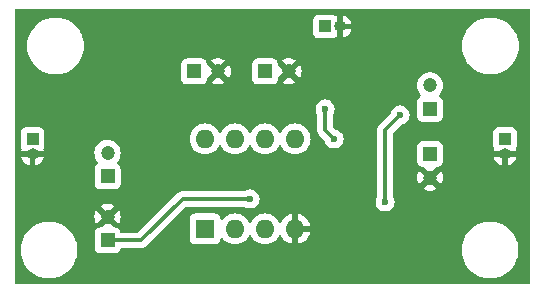
<source format=gbr>
%TF.GenerationSoftware,KiCad,Pcbnew,7.0.11-7.0.11~ubuntu22.04.1*%
%TF.CreationDate,2024-09-25T18:26:51+01:00*%
%TF.ProjectId,kicad_project,6b696361-645f-4707-926f-6a6563742e6b,rev?*%
%TF.SameCoordinates,Original*%
%TF.FileFunction,Copper,L2,Bot*%
%TF.FilePolarity,Positive*%
%FSLAX46Y46*%
G04 Gerber Fmt 4.6, Leading zero omitted, Abs format (unit mm)*
G04 Created by KiCad (PCBNEW 7.0.11-7.0.11~ubuntu22.04.1) date 2024-09-25 18:26:51*
%MOMM*%
%LPD*%
G01*
G04 APERTURE LIST*
%TA.AperFunction,ComponentPad*%
%ADD10R,1.600000X1.600000*%
%TD*%
%TA.AperFunction,ComponentPad*%
%ADD11O,1.600000X1.600000*%
%TD*%
%TA.AperFunction,ComponentPad*%
%ADD12R,1.000000X1.000000*%
%TD*%
%TA.AperFunction,ComponentPad*%
%ADD13O,1.000000X1.000000*%
%TD*%
%TA.AperFunction,ComponentPad*%
%ADD14R,1.200000X1.200000*%
%TD*%
%TA.AperFunction,ComponentPad*%
%ADD15C,1.200000*%
%TD*%
%TA.AperFunction,ViaPad*%
%ADD16C,0.600000*%
%TD*%
%TA.AperFunction,Conductor*%
%ADD17C,0.300000*%
%TD*%
G04 APERTURE END LIST*
D10*
%TO.P,U3,1*%
%TO.N,Net-(C2-Pad1)*%
X67320000Y-128260000D03*
D11*
%TO.P,U3,2,-*%
%TO.N,Net-(U3A--)*%
X69860000Y-128260000D03*
%TO.P,U3,3,+*%
%TO.N,Net-(U3A-+)*%
X72400000Y-128260000D03*
%TO.P,U3,4,V-*%
%TO.N,GND*%
X74940000Y-128260000D03*
%TO.P,U3,5,+*%
%TO.N,Net-(U3B-+)*%
X74940000Y-120640000D03*
%TO.P,U3,6,-*%
%TO.N,Net-(U3B--)*%
X72400000Y-120640000D03*
%TO.P,U3,7*%
%TO.N,Net-(J3-Pin_1)*%
X69860000Y-120640000D03*
%TO.P,U3,8,V+*%
%TO.N,+12V*%
X67320000Y-120640000D03*
%TD*%
D12*
%TO.P,J3,1,Pin_1*%
%TO.N,Net-(J3-Pin_1)*%
X92710000Y-120650000D03*
D13*
%TO.P,J3,2,Pin_2*%
%TO.N,GND*%
X92710000Y-121920000D03*
%TD*%
D12*
%TO.P,J2,1,Pin_1*%
%TO.N,+12V*%
X77470000Y-111125000D03*
D13*
%TO.P,J2,2,Pin_2*%
%TO.N,GND*%
X78740000Y-111125000D03*
%TD*%
D12*
%TO.P,J1,1,Pin_1*%
%TO.N,Net-(J1-Pin_1)*%
X52705000Y-120650000D03*
D13*
%TO.P,J1,2,Pin_2*%
%TO.N,GND*%
X52705000Y-121920000D03*
%TD*%
D14*
%TO.P,C6,1*%
%TO.N,Net-(J3-Pin_1)*%
X86360000Y-118110000D03*
D15*
%TO.P,C6,2*%
%TO.N,Net-(C6-Pad2)*%
X86360000Y-116110000D03*
%TD*%
D14*
%TO.P,C5,1*%
%TO.N,Net-(U3B-+)*%
X86360000Y-121920000D03*
D15*
%TO.P,C5,2*%
%TO.N,GND*%
X86360000Y-123920000D03*
%TD*%
D14*
%TO.P,C4,1*%
%TO.N,+12V*%
X66390000Y-114935000D03*
D15*
%TO.P,C4,2*%
%TO.N,GND*%
X68390000Y-114935000D03*
%TD*%
D14*
%TO.P,C3,1*%
%TO.N,+12V*%
X72390000Y-114935000D03*
D15*
%TO.P,C3,2*%
%TO.N,GND*%
X74390000Y-114935000D03*
%TD*%
D14*
%TO.P,C2,1*%
%TO.N,Net-(C2-Pad1)*%
X59055000Y-123825000D03*
D15*
%TO.P,C2,2*%
%TO.N,Net-(C2-Pad2)*%
X59055000Y-121825000D03*
%TD*%
D14*
%TO.P,C1,1*%
%TO.N,Net-(U3A-+)*%
X59055000Y-129242599D03*
D15*
%TO.P,C1,2*%
%TO.N,GND*%
X59055000Y-127242599D03*
%TD*%
D16*
%TO.N,GND*%
X62484000Y-121412000D03*
X70866000Y-118364000D03*
X66040000Y-131826000D03*
X61468000Y-131572000D03*
X63754000Y-130810000D03*
X74422000Y-125730000D03*
X69088000Y-123444000D03*
X84836000Y-113284000D03*
X78740000Y-114554000D03*
X60198000Y-110998000D03*
X62738000Y-114046000D03*
%TO.N,Net-(J3-Pin_1)*%
X82550000Y-125984000D03*
X83820000Y-118618000D03*
%TO.N,GND*%
X57404000Y-115062000D03*
%TO.N,Net-(C6-Pad2)*%
X77470000Y-118110000D03*
X78232000Y-120650000D03*
%TO.N,Net-(U3A-+)*%
X71120000Y-125730000D03*
%TD*%
D17*
%TO.N,Net-(J3-Pin_1)*%
X82550000Y-119888000D02*
X82550000Y-125984000D01*
X83820000Y-118618000D02*
X82550000Y-119888000D01*
%TO.N,Net-(C6-Pad2)*%
X77470000Y-119888000D02*
X77470000Y-118110000D01*
X78232000Y-120650000D02*
X77470000Y-119888000D01*
%TO.N,Net-(U3A-+)*%
X71120000Y-125730000D02*
X65405000Y-125730000D01*
X65405000Y-125730000D02*
X61892401Y-129242599D01*
X61892401Y-129242599D02*
X59055000Y-129242599D01*
%TD*%
%TA.AperFunction,Conductor*%
%TO.N,GND*%
G36*
X94792539Y-109640185D02*
G01*
X94838294Y-109692989D01*
X94849500Y-109744500D01*
X94849500Y-132825500D01*
X94829815Y-132892539D01*
X94777011Y-132938294D01*
X94725500Y-132949500D01*
X51324500Y-132949500D01*
X51257461Y-132929815D01*
X51211706Y-132877011D01*
X51200500Y-132825500D01*
X51200500Y-130048005D01*
X51696754Y-130048005D01*
X51715718Y-130349446D01*
X51715719Y-130349453D01*
X51772320Y-130646164D01*
X51865659Y-130933431D01*
X51865661Y-130933436D01*
X51994265Y-131206732D01*
X51994268Y-131206738D01*
X52156111Y-131461763D01*
X52156114Y-131461767D01*
X52156115Y-131461768D01*
X52165543Y-131473165D01*
X52348652Y-131694505D01*
X52568836Y-131901272D01*
X52568846Y-131901280D01*
X52813193Y-132078808D01*
X52813198Y-132078810D01*
X52813205Y-132078816D01*
X53077896Y-132224332D01*
X53077901Y-132224334D01*
X53077903Y-132224335D01*
X53077904Y-132224336D01*
X53358734Y-132335524D01*
X53358737Y-132335525D01*
X53456259Y-132360564D01*
X53651302Y-132410642D01*
X53798039Y-132429179D01*
X53950963Y-132448499D01*
X53950969Y-132448499D01*
X53950973Y-132448500D01*
X53950975Y-132448500D01*
X54253025Y-132448500D01*
X54253027Y-132448500D01*
X54253032Y-132448499D01*
X54253036Y-132448499D01*
X54332591Y-132438448D01*
X54552698Y-132410642D01*
X54845262Y-132335525D01*
X54845265Y-132335524D01*
X55126095Y-132224336D01*
X55126096Y-132224335D01*
X55126094Y-132224335D01*
X55126104Y-132224332D01*
X55390795Y-132078816D01*
X55635162Y-131901274D01*
X55855349Y-131694504D01*
X56047885Y-131461768D01*
X56209733Y-131206736D01*
X56338341Y-130933430D01*
X56431681Y-130646160D01*
X56488280Y-130349457D01*
X56488680Y-130343097D01*
X56507246Y-130048005D01*
X56507246Y-130047994D01*
X56497335Y-129890469D01*
X57954500Y-129890469D01*
X57954501Y-129890475D01*
X57960908Y-129950082D01*
X58011202Y-130084927D01*
X58011206Y-130084934D01*
X58097452Y-130200143D01*
X58097455Y-130200146D01*
X58212664Y-130286392D01*
X58212671Y-130286396D01*
X58347517Y-130336690D01*
X58347516Y-130336690D01*
X58354444Y-130337434D01*
X58407127Y-130343099D01*
X59702872Y-130343098D01*
X59762483Y-130336690D01*
X59897331Y-130286395D01*
X60012546Y-130200145D01*
X60098796Y-130084930D01*
X60112568Y-130048005D01*
X89034754Y-130048005D01*
X89053718Y-130349446D01*
X89053719Y-130349453D01*
X89110320Y-130646164D01*
X89203659Y-130933431D01*
X89203661Y-130933436D01*
X89332265Y-131206732D01*
X89332268Y-131206738D01*
X89494111Y-131461763D01*
X89494114Y-131461767D01*
X89494115Y-131461768D01*
X89503543Y-131473165D01*
X89686652Y-131694505D01*
X89906836Y-131901272D01*
X89906846Y-131901280D01*
X90151193Y-132078808D01*
X90151198Y-132078810D01*
X90151205Y-132078816D01*
X90415896Y-132224332D01*
X90415901Y-132224334D01*
X90415903Y-132224335D01*
X90415904Y-132224336D01*
X90696734Y-132335524D01*
X90696737Y-132335525D01*
X90794259Y-132360564D01*
X90989302Y-132410642D01*
X91136039Y-132429179D01*
X91288963Y-132448499D01*
X91288969Y-132448499D01*
X91288973Y-132448500D01*
X91288975Y-132448500D01*
X91591025Y-132448500D01*
X91591027Y-132448500D01*
X91591032Y-132448499D01*
X91591036Y-132448499D01*
X91670591Y-132438448D01*
X91890698Y-132410642D01*
X92183262Y-132335525D01*
X92183265Y-132335524D01*
X92464095Y-132224336D01*
X92464096Y-132224335D01*
X92464094Y-132224335D01*
X92464104Y-132224332D01*
X92728795Y-132078816D01*
X92973162Y-131901274D01*
X93193349Y-131694504D01*
X93385885Y-131461768D01*
X93547733Y-131206736D01*
X93676341Y-130933430D01*
X93769681Y-130646160D01*
X93826280Y-130349457D01*
X93826680Y-130343097D01*
X93845246Y-130048005D01*
X93845246Y-130047994D01*
X93826281Y-129746553D01*
X93826280Y-129746546D01*
X93826280Y-129746543D01*
X93769681Y-129449840D01*
X93676341Y-129162570D01*
X93547733Y-128889264D01*
X93480005Y-128782542D01*
X93385888Y-128634236D01*
X93385885Y-128634232D01*
X93193349Y-128401496D01*
X93192043Y-128400270D01*
X92977506Y-128198805D01*
X92973162Y-128194726D01*
X92973159Y-128194724D01*
X92973153Y-128194719D01*
X92728806Y-128017191D01*
X92728799Y-128017186D01*
X92728795Y-128017184D01*
X92464104Y-127871668D01*
X92464101Y-127871666D01*
X92464096Y-127871664D01*
X92464095Y-127871663D01*
X92183265Y-127760475D01*
X92183262Y-127760474D01*
X91890695Y-127685357D01*
X91591036Y-127647500D01*
X91591027Y-127647500D01*
X91288973Y-127647500D01*
X91288963Y-127647500D01*
X90989304Y-127685357D01*
X90696737Y-127760474D01*
X90696734Y-127760475D01*
X90415904Y-127871663D01*
X90415903Y-127871664D01*
X90151205Y-128017184D01*
X90151193Y-128017191D01*
X89906846Y-128194719D01*
X89906836Y-128194727D01*
X89686652Y-128401494D01*
X89494111Y-128634236D01*
X89332268Y-128889261D01*
X89332265Y-128889267D01*
X89203661Y-129162563D01*
X89203659Y-129162568D01*
X89110320Y-129449835D01*
X89053719Y-129746546D01*
X89053718Y-129746553D01*
X89034754Y-130047994D01*
X89034754Y-130048005D01*
X60112568Y-130048005D01*
X60112572Y-130047994D01*
X60140258Y-129973766D01*
X60182129Y-129917832D01*
X60247593Y-129893415D01*
X60256440Y-129893099D01*
X61806896Y-129893099D01*
X61822906Y-129894866D01*
X61822929Y-129894625D01*
X61830690Y-129895357D01*
X61830697Y-129895359D01*
X61900663Y-129893159D01*
X61904558Y-129893099D01*
X61933326Y-129893099D01*
X61937688Y-129892547D01*
X61949340Y-129891629D01*
X61994970Y-129890196D01*
X62015357Y-129884272D01*
X62034397Y-129880330D01*
X62055459Y-129877670D01*
X62097921Y-129860857D01*
X62108958Y-129857079D01*
X62152799Y-129844343D01*
X62171066Y-129833538D01*
X62188537Y-129824979D01*
X62208272Y-129817167D01*
X62245217Y-129790324D01*
X62254959Y-129783925D01*
X62294266Y-129760680D01*
X62309271Y-129745674D01*
X62324069Y-129733035D01*
X62341238Y-129720562D01*
X62370347Y-129685373D01*
X62378191Y-129676753D01*
X62947074Y-129107870D01*
X66019500Y-129107870D01*
X66019501Y-129107876D01*
X66025908Y-129167483D01*
X66076202Y-129302328D01*
X66076206Y-129302335D01*
X66162452Y-129417544D01*
X66162455Y-129417547D01*
X66277664Y-129503793D01*
X66277671Y-129503797D01*
X66412517Y-129554091D01*
X66412516Y-129554091D01*
X66419444Y-129554835D01*
X66472127Y-129560500D01*
X68167872Y-129560499D01*
X68227483Y-129554091D01*
X68362331Y-129503796D01*
X68477546Y-129417546D01*
X68563796Y-129302331D01*
X68614091Y-129167483D01*
X68617862Y-129132401D01*
X68644599Y-129067855D01*
X68701990Y-129028006D01*
X68771816Y-129025511D01*
X68831905Y-129061163D01*
X68842726Y-129074536D01*
X68859956Y-129099143D01*
X69020858Y-129260045D01*
X69020861Y-129260047D01*
X69207266Y-129390568D01*
X69413504Y-129486739D01*
X69633308Y-129545635D01*
X69795230Y-129559801D01*
X69859998Y-129565468D01*
X69860000Y-129565468D01*
X69860002Y-129565468D01*
X69916807Y-129560498D01*
X70086692Y-129545635D01*
X70306496Y-129486739D01*
X70512734Y-129390568D01*
X70699139Y-129260047D01*
X70860047Y-129099139D01*
X70990568Y-128912734D01*
X71017618Y-128854724D01*
X71063790Y-128802285D01*
X71130983Y-128783133D01*
X71197865Y-128803348D01*
X71242382Y-128854725D01*
X71269429Y-128912728D01*
X71269432Y-128912734D01*
X71399954Y-129099141D01*
X71560858Y-129260045D01*
X71560861Y-129260047D01*
X71747266Y-129390568D01*
X71953504Y-129486739D01*
X72173308Y-129545635D01*
X72335230Y-129559801D01*
X72399998Y-129565468D01*
X72400000Y-129565468D01*
X72400002Y-129565468D01*
X72456807Y-129560498D01*
X72626692Y-129545635D01*
X72846496Y-129486739D01*
X73052734Y-129390568D01*
X73239139Y-129260047D01*
X73400047Y-129099139D01*
X73530568Y-128912734D01*
X73557895Y-128854129D01*
X73604064Y-128801695D01*
X73671257Y-128782542D01*
X73738139Y-128802757D01*
X73782657Y-128854133D01*
X73809865Y-128912482D01*
X73940342Y-129098820D01*
X74101179Y-129259657D01*
X74287517Y-129390134D01*
X74493673Y-129486265D01*
X74493682Y-129486269D01*
X74689999Y-129538872D01*
X74690000Y-129538871D01*
X74690000Y-128575686D01*
X74701955Y-128587641D01*
X74814852Y-128645165D01*
X74908519Y-128660000D01*
X74971481Y-128660000D01*
X75065148Y-128645165D01*
X75178045Y-128587641D01*
X75190000Y-128575686D01*
X75190000Y-129538872D01*
X75386317Y-129486269D01*
X75386326Y-129486265D01*
X75592482Y-129390134D01*
X75778820Y-129259657D01*
X75939657Y-129098820D01*
X76070134Y-128912482D01*
X76166265Y-128706326D01*
X76166269Y-128706317D01*
X76218872Y-128510000D01*
X75255686Y-128510000D01*
X75267641Y-128498045D01*
X75325165Y-128385148D01*
X75344986Y-128260000D01*
X75325165Y-128134852D01*
X75267641Y-128021955D01*
X75255686Y-128010000D01*
X76218872Y-128010000D01*
X76218872Y-128009999D01*
X76166269Y-127813682D01*
X76166265Y-127813673D01*
X76070134Y-127607517D01*
X75939657Y-127421179D01*
X75778820Y-127260342D01*
X75592482Y-127129865D01*
X75386328Y-127033734D01*
X75190000Y-126981127D01*
X75190000Y-127944314D01*
X75178045Y-127932359D01*
X75065148Y-127874835D01*
X74971481Y-127860000D01*
X74908519Y-127860000D01*
X74814852Y-127874835D01*
X74701955Y-127932359D01*
X74690000Y-127944314D01*
X74690000Y-126981127D01*
X74493671Y-127033734D01*
X74287517Y-127129865D01*
X74101179Y-127260342D01*
X73940342Y-127421179D01*
X73809867Y-127607515D01*
X73782657Y-127665867D01*
X73736484Y-127718306D01*
X73669290Y-127737457D01*
X73602409Y-127717241D01*
X73557893Y-127665865D01*
X73549329Y-127647500D01*
X73530568Y-127607266D01*
X73400047Y-127420861D01*
X73400045Y-127420858D01*
X73239141Y-127259954D01*
X73052734Y-127129432D01*
X73052732Y-127129431D01*
X72846497Y-127033261D01*
X72846488Y-127033258D01*
X72626697Y-126974366D01*
X72626693Y-126974365D01*
X72626692Y-126974365D01*
X72626691Y-126974364D01*
X72626686Y-126974364D01*
X72400002Y-126954532D01*
X72399998Y-126954532D01*
X72173313Y-126974364D01*
X72173302Y-126974366D01*
X71953511Y-127033258D01*
X71953502Y-127033261D01*
X71747267Y-127129431D01*
X71747265Y-127129432D01*
X71560858Y-127259954D01*
X71399954Y-127420858D01*
X71269432Y-127607265D01*
X71269431Y-127607267D01*
X71242382Y-127665275D01*
X71196209Y-127717714D01*
X71129016Y-127736866D01*
X71062135Y-127716650D01*
X71017618Y-127665275D01*
X70990568Y-127607266D01*
X70860047Y-127420861D01*
X70860045Y-127420858D01*
X70699141Y-127259954D01*
X70512734Y-127129432D01*
X70512732Y-127129431D01*
X70306497Y-127033261D01*
X70306488Y-127033258D01*
X70086697Y-126974366D01*
X70086693Y-126974365D01*
X70086692Y-126974365D01*
X70086691Y-126974364D01*
X70086686Y-126974364D01*
X69860002Y-126954532D01*
X69859998Y-126954532D01*
X69633313Y-126974364D01*
X69633302Y-126974366D01*
X69413511Y-127033258D01*
X69413502Y-127033261D01*
X69207267Y-127129431D01*
X69207265Y-127129432D01*
X69020858Y-127259954D01*
X68859954Y-127420858D01*
X68842725Y-127445464D01*
X68788147Y-127489088D01*
X68718648Y-127496280D01*
X68656294Y-127464757D01*
X68620882Y-127404526D01*
X68617861Y-127387591D01*
X68614091Y-127352516D01*
X68563797Y-127217671D01*
X68563793Y-127217664D01*
X68477547Y-127102455D01*
X68477544Y-127102452D01*
X68362335Y-127016206D01*
X68362328Y-127016202D01*
X68227482Y-126965908D01*
X68227483Y-126965908D01*
X68167883Y-126959501D01*
X68167881Y-126959500D01*
X68167873Y-126959500D01*
X68167864Y-126959500D01*
X66472129Y-126959500D01*
X66472123Y-126959501D01*
X66412516Y-126965908D01*
X66277671Y-127016202D01*
X66277664Y-127016206D01*
X66162455Y-127102452D01*
X66162452Y-127102455D01*
X66076206Y-127217664D01*
X66076202Y-127217671D01*
X66025908Y-127352517D01*
X66019501Y-127412116D01*
X66019500Y-127412135D01*
X66019500Y-129107870D01*
X62947074Y-129107870D01*
X65638127Y-126416819D01*
X65699450Y-126383334D01*
X65725808Y-126380500D01*
X70614932Y-126380500D01*
X70680904Y-126399506D01*
X70770477Y-126455789D01*
X70770481Y-126455790D01*
X70940737Y-126515366D01*
X70940743Y-126515367D01*
X70940745Y-126515368D01*
X70940746Y-126515368D01*
X70940750Y-126515369D01*
X71119996Y-126535565D01*
X71120000Y-126535565D01*
X71120004Y-126535565D01*
X71299249Y-126515369D01*
X71299252Y-126515368D01*
X71299255Y-126515368D01*
X71469522Y-126455789D01*
X71622262Y-126359816D01*
X71749816Y-126232262D01*
X71845789Y-126079522D01*
X71879213Y-125984003D01*
X81744435Y-125984003D01*
X81764630Y-126163249D01*
X81764631Y-126163254D01*
X81824211Y-126333523D01*
X81901037Y-126455790D01*
X81920184Y-126486262D01*
X82047738Y-126613816D01*
X82200478Y-126709789D01*
X82370745Y-126769368D01*
X82370750Y-126769369D01*
X82549996Y-126789565D01*
X82550000Y-126789565D01*
X82550004Y-126789565D01*
X82729249Y-126769369D01*
X82729252Y-126769368D01*
X82729255Y-126769368D01*
X82899522Y-126709789D01*
X83052262Y-126613816D01*
X83179816Y-126486262D01*
X83275789Y-126333522D01*
X83335368Y-126163255D01*
X83335369Y-126163249D01*
X83355565Y-125984003D01*
X83355565Y-125983996D01*
X83335369Y-125804750D01*
X83335366Y-125804737D01*
X83275790Y-125634481D01*
X83275789Y-125634478D01*
X83254008Y-125599814D01*
X83219506Y-125544903D01*
X83200500Y-125478931D01*
X83200500Y-124854240D01*
X85779311Y-124854240D01*
X85867585Y-124908897D01*
X86057678Y-124982539D01*
X86258072Y-125020000D01*
X86461928Y-125020000D01*
X86662322Y-124982539D01*
X86852412Y-124908899D01*
X86852416Y-124908897D01*
X86940686Y-124854241D01*
X86940686Y-124854240D01*
X86360001Y-124273553D01*
X86360000Y-124273553D01*
X85779311Y-124854240D01*
X83200500Y-124854240D01*
X83200500Y-123920000D01*
X85255287Y-123920000D01*
X85274096Y-124122989D01*
X85274097Y-124122992D01*
X85329883Y-124319063D01*
X85329886Y-124319069D01*
X85420751Y-124501551D01*
X85422533Y-124503911D01*
X86006446Y-123920000D01*
X85978286Y-123891840D01*
X86056105Y-123891840D01*
X86066454Y-124003521D01*
X86116448Y-124103922D01*
X86199334Y-124179484D01*
X86303920Y-124220000D01*
X86387802Y-124220000D01*
X86470250Y-124204588D01*
X86565610Y-124145543D01*
X86633201Y-124056038D01*
X86663895Y-123948160D01*
X86661286Y-123920000D01*
X86713553Y-123920000D01*
X87297465Y-124503912D01*
X87299247Y-124501553D01*
X87299248Y-124501551D01*
X87390113Y-124319069D01*
X87390116Y-124319063D01*
X87445902Y-124122992D01*
X87445903Y-124122989D01*
X87464713Y-123920000D01*
X87464713Y-123919999D01*
X87445903Y-123717010D01*
X87445902Y-123717007D01*
X87390116Y-123520936D01*
X87390113Y-123520930D01*
X87299249Y-123338449D01*
X87299247Y-123338447D01*
X87297465Y-123336087D01*
X86713553Y-123920000D01*
X86661286Y-123920000D01*
X86653546Y-123836479D01*
X86603552Y-123736078D01*
X86520666Y-123660516D01*
X86416080Y-123620000D01*
X86332198Y-123620000D01*
X86249750Y-123635412D01*
X86154390Y-123694457D01*
X86086799Y-123783962D01*
X86056105Y-123891840D01*
X85978286Y-123891840D01*
X85422533Y-123336087D01*
X85420755Y-123338442D01*
X85420754Y-123338443D01*
X85329886Y-123520930D01*
X85329883Y-123520936D01*
X85274097Y-123717007D01*
X85274096Y-123717010D01*
X85255287Y-123919999D01*
X85255287Y-123920000D01*
X83200500Y-123920000D01*
X83200500Y-122567870D01*
X85259500Y-122567870D01*
X85259501Y-122567876D01*
X85265908Y-122627483D01*
X85316202Y-122762328D01*
X85316206Y-122762335D01*
X85402452Y-122877544D01*
X85402455Y-122877547D01*
X85517664Y-122963793D01*
X85517671Y-122963797D01*
X85652516Y-123014091D01*
X85678419Y-123016875D01*
X85712127Y-123020500D01*
X85762692Y-123020499D01*
X85829729Y-123040182D01*
X85850372Y-123056818D01*
X86360000Y-123566446D01*
X86869628Y-123056818D01*
X86930951Y-123023333D01*
X86957308Y-123020499D01*
X87007872Y-123020499D01*
X87067483Y-123014091D01*
X87202331Y-122963796D01*
X87317546Y-122877546D01*
X87403796Y-122762331D01*
X87454091Y-122627483D01*
X87460500Y-122567873D01*
X87460500Y-122170000D01*
X91740840Y-122170000D01*
X91781652Y-122304541D01*
X91874503Y-122478253D01*
X91874507Y-122478260D01*
X91999471Y-122630528D01*
X92151739Y-122755491D01*
X92325465Y-122848349D01*
X92460000Y-122889159D01*
X92460000Y-122170000D01*
X91740840Y-122170000D01*
X87460500Y-122170000D01*
X87460499Y-121272128D01*
X87454091Y-121212517D01*
X87448630Y-121197876D01*
X87448628Y-121197870D01*
X91709500Y-121197870D01*
X91709501Y-121197876D01*
X91715908Y-121257483D01*
X91766202Y-121392328D01*
X91766206Y-121392335D01*
X91772561Y-121400824D01*
X91796979Y-121466288D01*
X91783495Y-121529636D01*
X91783981Y-121529838D01*
X91782894Y-121532461D01*
X91782655Y-121533586D01*
X91781650Y-121535464D01*
X91740839Y-121669999D01*
X91740840Y-121670000D01*
X92495517Y-121670000D01*
X92424199Y-121754993D01*
X92385000Y-121862694D01*
X92385000Y-121977306D01*
X92424199Y-122085007D01*
X92497871Y-122172805D01*
X92597129Y-122230112D01*
X92681564Y-122245000D01*
X92738436Y-122245000D01*
X92822871Y-122230112D01*
X92922129Y-122172805D01*
X92924483Y-122170000D01*
X92960000Y-122170000D01*
X92960000Y-122889159D01*
X93094534Y-122848349D01*
X93268260Y-122755491D01*
X93420528Y-122630528D01*
X93545492Y-122478260D01*
X93545496Y-122478253D01*
X93638347Y-122304541D01*
X93679160Y-122170000D01*
X92960000Y-122170000D01*
X92924483Y-122170000D01*
X92995801Y-122085007D01*
X93035000Y-121977306D01*
X93035000Y-121862694D01*
X92995801Y-121754993D01*
X92924483Y-121670000D01*
X93679160Y-121670000D01*
X93679160Y-121669999D01*
X93638348Y-121535462D01*
X93637345Y-121533585D01*
X93637115Y-121532483D01*
X93636018Y-121529833D01*
X93636520Y-121529624D01*
X93623105Y-121465182D01*
X93647440Y-121400821D01*
X93653796Y-121392331D01*
X93704091Y-121257483D01*
X93710500Y-121197873D01*
X93710499Y-120102128D01*
X93705009Y-120051054D01*
X93704091Y-120042516D01*
X93653797Y-119907671D01*
X93653793Y-119907664D01*
X93567547Y-119792455D01*
X93567544Y-119792452D01*
X93452335Y-119706206D01*
X93452328Y-119706202D01*
X93317482Y-119655908D01*
X93317483Y-119655908D01*
X93257883Y-119649501D01*
X93257881Y-119649500D01*
X93257873Y-119649500D01*
X93257864Y-119649500D01*
X92162129Y-119649500D01*
X92162123Y-119649501D01*
X92102516Y-119655908D01*
X91967671Y-119706202D01*
X91967664Y-119706206D01*
X91852455Y-119792452D01*
X91852452Y-119792455D01*
X91766206Y-119907664D01*
X91766202Y-119907671D01*
X91715908Y-120042517D01*
X91710426Y-120093514D01*
X91709501Y-120102123D01*
X91709500Y-120102135D01*
X91709500Y-121197870D01*
X87448628Y-121197870D01*
X87403797Y-121077671D01*
X87403793Y-121077664D01*
X87317547Y-120962455D01*
X87317544Y-120962452D01*
X87202335Y-120876206D01*
X87202328Y-120876202D01*
X87067482Y-120825908D01*
X87067483Y-120825908D01*
X87007883Y-120819501D01*
X87007881Y-120819500D01*
X87007873Y-120819500D01*
X87007864Y-120819500D01*
X85712129Y-120819500D01*
X85712123Y-120819501D01*
X85652516Y-120825908D01*
X85517671Y-120876202D01*
X85517664Y-120876206D01*
X85402455Y-120962452D01*
X85402452Y-120962455D01*
X85316206Y-121077664D01*
X85316202Y-121077671D01*
X85265908Y-121212517D01*
X85261074Y-121257483D01*
X85259501Y-121272123D01*
X85259500Y-121272135D01*
X85259500Y-122567870D01*
X83200500Y-122567870D01*
X83200500Y-120208807D01*
X83220185Y-120141768D01*
X83236815Y-120121130D01*
X83918224Y-119439720D01*
X83979545Y-119406237D01*
X83992019Y-119404183D01*
X83999255Y-119403368D01*
X84169522Y-119343789D01*
X84322262Y-119247816D01*
X84449816Y-119120262D01*
X84545789Y-118967522D01*
X84605368Y-118797255D01*
X84609805Y-118757876D01*
X84625565Y-118618003D01*
X84625565Y-118617996D01*
X84605369Y-118438750D01*
X84605368Y-118438745D01*
X84545788Y-118268476D01*
X84449815Y-118115737D01*
X84322262Y-117988184D01*
X84169523Y-117892211D01*
X83999254Y-117832631D01*
X83999249Y-117832630D01*
X83820004Y-117812435D01*
X83819996Y-117812435D01*
X83640750Y-117832630D01*
X83640745Y-117832631D01*
X83470476Y-117892211D01*
X83317737Y-117988184D01*
X83190184Y-118115737D01*
X83094210Y-118268478D01*
X83034632Y-118438744D01*
X83034630Y-118438752D01*
X83033815Y-118445988D01*
X83006743Y-118510400D01*
X82998277Y-118519775D01*
X82150483Y-119367569D01*
X82137910Y-119377643D01*
X82138065Y-119377830D01*
X82132058Y-119382799D01*
X82084133Y-119433833D01*
X82081427Y-119436625D01*
X82061090Y-119456963D01*
X82061077Y-119456978D01*
X82058373Y-119460463D01*
X82050806Y-119469322D01*
X82019552Y-119502607D01*
X82009322Y-119521213D01*
X81998646Y-119537464D01*
X81985640Y-119554232D01*
X81985636Y-119554238D01*
X81967508Y-119596130D01*
X81962369Y-119606619D01*
X81940372Y-119646630D01*
X81940372Y-119646631D01*
X81935091Y-119667199D01*
X81928791Y-119685601D01*
X81920364Y-119705073D01*
X81913223Y-119750162D01*
X81910854Y-119761600D01*
X81899500Y-119805817D01*
X81899500Y-119827044D01*
X81897973Y-119846444D01*
X81895093Y-119864630D01*
X81894653Y-119867405D01*
X81897749Y-119900157D01*
X81898950Y-119912858D01*
X81899500Y-119924528D01*
X81899500Y-125478931D01*
X81880494Y-125544903D01*
X81824211Y-125634477D01*
X81824209Y-125634481D01*
X81764633Y-125804737D01*
X81764630Y-125804750D01*
X81744435Y-125983996D01*
X81744435Y-125984003D01*
X71879213Y-125984003D01*
X71905368Y-125909255D01*
X71917143Y-125804750D01*
X71925565Y-125730003D01*
X71925565Y-125729996D01*
X71905369Y-125550750D01*
X71905368Y-125550745D01*
X71845788Y-125380476D01*
X71749815Y-125227737D01*
X71622262Y-125100184D01*
X71469523Y-125004211D01*
X71299254Y-124944631D01*
X71299249Y-124944630D01*
X71120004Y-124924435D01*
X71119996Y-124924435D01*
X70940750Y-124944630D01*
X70940737Y-124944633D01*
X70770481Y-125004209D01*
X70770477Y-125004210D01*
X70680904Y-125060494D01*
X70614932Y-125079500D01*
X65490504Y-125079500D01*
X65474493Y-125077732D01*
X65474471Y-125077974D01*
X65466704Y-125077240D01*
X65466703Y-125077240D01*
X65396737Y-125079439D01*
X65392842Y-125079500D01*
X65364075Y-125079500D01*
X65364072Y-125079500D01*
X65364057Y-125079501D01*
X65359687Y-125080053D01*
X65348059Y-125080968D01*
X65302435Y-125082402D01*
X65302425Y-125082404D01*
X65282049Y-125088323D01*
X65263008Y-125092266D01*
X65241953Y-125094926D01*
X65241937Y-125094930D01*
X65199491Y-125111735D01*
X65188445Y-125115517D01*
X65144602Y-125128255D01*
X65126332Y-125139060D01*
X65108863Y-125147618D01*
X65089128Y-125155432D01*
X65089126Y-125155433D01*
X65052201Y-125182260D01*
X65042442Y-125188671D01*
X65003132Y-125211920D01*
X64988126Y-125226926D01*
X64973336Y-125239558D01*
X64956167Y-125252032D01*
X64956165Y-125252034D01*
X64927056Y-125287219D01*
X64919196Y-125295856D01*
X61659274Y-128555780D01*
X61597951Y-128589265D01*
X61571593Y-128592099D01*
X60256440Y-128592099D01*
X60189401Y-128572414D01*
X60143646Y-128519610D01*
X60140258Y-128511432D01*
X60098797Y-128400270D01*
X60098793Y-128400263D01*
X60012547Y-128285054D01*
X60012544Y-128285051D01*
X59897335Y-128198805D01*
X59897328Y-128198801D01*
X59762482Y-128148507D01*
X59762483Y-128148507D01*
X59702883Y-128142100D01*
X59702881Y-128142099D01*
X59702873Y-128142099D01*
X59702865Y-128142099D01*
X59652308Y-128142099D01*
X59585269Y-128122414D01*
X59564627Y-128105780D01*
X59055001Y-127596152D01*
X59055000Y-127596152D01*
X58545370Y-128105780D01*
X58484047Y-128139265D01*
X58457691Y-128142099D01*
X58407130Y-128142099D01*
X58407123Y-128142100D01*
X58347516Y-128148507D01*
X58212671Y-128198801D01*
X58212664Y-128198805D01*
X58097455Y-128285051D01*
X58097452Y-128285054D01*
X58011206Y-128400263D01*
X58011202Y-128400270D01*
X57960908Y-128535116D01*
X57954501Y-128594715D01*
X57954500Y-128594734D01*
X57954500Y-129890469D01*
X56497335Y-129890469D01*
X56488281Y-129746553D01*
X56488280Y-129746546D01*
X56488280Y-129746543D01*
X56431681Y-129449840D01*
X56338341Y-129162570D01*
X56209733Y-128889264D01*
X56142005Y-128782542D01*
X56047888Y-128634236D01*
X56047885Y-128634232D01*
X55855349Y-128401496D01*
X55854043Y-128400270D01*
X55639506Y-128198805D01*
X55635162Y-128194726D01*
X55635159Y-128194724D01*
X55635153Y-128194719D01*
X55390806Y-128017191D01*
X55390799Y-128017186D01*
X55390795Y-128017184D01*
X55126104Y-127871668D01*
X55126101Y-127871666D01*
X55126096Y-127871664D01*
X55126095Y-127871663D01*
X54845265Y-127760475D01*
X54845262Y-127760474D01*
X54552695Y-127685357D01*
X54253036Y-127647500D01*
X54253027Y-127647500D01*
X53950973Y-127647500D01*
X53950963Y-127647500D01*
X53651304Y-127685357D01*
X53358737Y-127760474D01*
X53358734Y-127760475D01*
X53077904Y-127871663D01*
X53077903Y-127871664D01*
X52813205Y-128017184D01*
X52813193Y-128017191D01*
X52568846Y-128194719D01*
X52568836Y-128194727D01*
X52348652Y-128401494D01*
X52156111Y-128634236D01*
X51994268Y-128889261D01*
X51994265Y-128889267D01*
X51865661Y-129162563D01*
X51865659Y-129162568D01*
X51772320Y-129449835D01*
X51715719Y-129746546D01*
X51715718Y-129746553D01*
X51696754Y-130047994D01*
X51696754Y-130048005D01*
X51200500Y-130048005D01*
X51200500Y-127242599D01*
X57950287Y-127242599D01*
X57969096Y-127445588D01*
X57969097Y-127445591D01*
X58024883Y-127641662D01*
X58024886Y-127641668D01*
X58115751Y-127824150D01*
X58117533Y-127826510D01*
X58701446Y-127242599D01*
X58673286Y-127214439D01*
X58751105Y-127214439D01*
X58761454Y-127326120D01*
X58811448Y-127426521D01*
X58894334Y-127502083D01*
X58998920Y-127542599D01*
X59082802Y-127542599D01*
X59165250Y-127527187D01*
X59260610Y-127468142D01*
X59328201Y-127378637D01*
X59358895Y-127270759D01*
X59356286Y-127242599D01*
X59408553Y-127242599D01*
X59992465Y-127826511D01*
X59994247Y-127824152D01*
X59994248Y-127824150D01*
X60085113Y-127641668D01*
X60085116Y-127641662D01*
X60140902Y-127445591D01*
X60140903Y-127445588D01*
X60159713Y-127242599D01*
X60159713Y-127242598D01*
X60140903Y-127039609D01*
X60140902Y-127039606D01*
X60085116Y-126843535D01*
X60085113Y-126843529D01*
X59994249Y-126661048D01*
X59994247Y-126661046D01*
X59992465Y-126658686D01*
X59408553Y-127242599D01*
X59356286Y-127242599D01*
X59348546Y-127159078D01*
X59298552Y-127058677D01*
X59215666Y-126983115D01*
X59111080Y-126942599D01*
X59027198Y-126942599D01*
X58944750Y-126958011D01*
X58849390Y-127017056D01*
X58781799Y-127106561D01*
X58751105Y-127214439D01*
X58673286Y-127214439D01*
X58117533Y-126658686D01*
X58115755Y-126661041D01*
X58115754Y-126661042D01*
X58024886Y-126843529D01*
X58024883Y-126843535D01*
X57969097Y-127039606D01*
X57969096Y-127039609D01*
X57950287Y-127242598D01*
X57950287Y-127242599D01*
X51200500Y-127242599D01*
X51200500Y-126308357D01*
X58474311Y-126308357D01*
X59055000Y-126889045D01*
X59055001Y-126889045D01*
X59635687Y-126308357D01*
X59547413Y-126253700D01*
X59547411Y-126253699D01*
X59357321Y-126180059D01*
X59156928Y-126142599D01*
X58953072Y-126142599D01*
X58752678Y-126180059D01*
X58562588Y-126253699D01*
X58562581Y-126253703D01*
X58474312Y-126308356D01*
X58474311Y-126308357D01*
X51200500Y-126308357D01*
X51200500Y-122170000D01*
X51735840Y-122170000D01*
X51776652Y-122304541D01*
X51869503Y-122478253D01*
X51869507Y-122478260D01*
X51994471Y-122630528D01*
X52146739Y-122755491D01*
X52320465Y-122848349D01*
X52455000Y-122889159D01*
X52455000Y-122170000D01*
X51735840Y-122170000D01*
X51200500Y-122170000D01*
X51200500Y-121197870D01*
X51704500Y-121197870D01*
X51704501Y-121197876D01*
X51710908Y-121257483D01*
X51761202Y-121392328D01*
X51761206Y-121392335D01*
X51767561Y-121400824D01*
X51791979Y-121466288D01*
X51778495Y-121529636D01*
X51778981Y-121529838D01*
X51777894Y-121532461D01*
X51777655Y-121533586D01*
X51776650Y-121535464D01*
X51735839Y-121669999D01*
X51735840Y-121670000D01*
X52490517Y-121670000D01*
X52419199Y-121754993D01*
X52380000Y-121862694D01*
X52380000Y-121977306D01*
X52419199Y-122085007D01*
X52492871Y-122172805D01*
X52592129Y-122230112D01*
X52676564Y-122245000D01*
X52733436Y-122245000D01*
X52817871Y-122230112D01*
X52917129Y-122172805D01*
X52919483Y-122170000D01*
X52955000Y-122170000D01*
X52955000Y-122889159D01*
X53089534Y-122848349D01*
X53263260Y-122755491D01*
X53415528Y-122630528D01*
X53540492Y-122478260D01*
X53540496Y-122478253D01*
X53633347Y-122304541D01*
X53674160Y-122170000D01*
X52955000Y-122170000D01*
X52919483Y-122170000D01*
X52990801Y-122085007D01*
X53030000Y-121977306D01*
X53030000Y-121862694D01*
X53016281Y-121825000D01*
X57949785Y-121825000D01*
X57968602Y-122028082D01*
X58024417Y-122224247D01*
X58024422Y-122224260D01*
X58115327Y-122406821D01*
X58238236Y-122569579D01*
X58245448Y-122576154D01*
X58281729Y-122635864D01*
X58279969Y-122705712D01*
X58240726Y-122763520D01*
X58219729Y-122775626D01*
X58220454Y-122776953D01*
X58212664Y-122781206D01*
X58097455Y-122867452D01*
X58097452Y-122867455D01*
X58011206Y-122982664D01*
X58011202Y-122982671D01*
X57960908Y-123117517D01*
X57954501Y-123177116D01*
X57954501Y-123177123D01*
X57954500Y-123177135D01*
X57954500Y-124472870D01*
X57954501Y-124472876D01*
X57960908Y-124532483D01*
X58011202Y-124667328D01*
X58011206Y-124667335D01*
X58097452Y-124782544D01*
X58097455Y-124782547D01*
X58212664Y-124868793D01*
X58212671Y-124868797D01*
X58347517Y-124919091D01*
X58347516Y-124919091D01*
X58354444Y-124919835D01*
X58407127Y-124925500D01*
X59702872Y-124925499D01*
X59762483Y-124919091D01*
X59897331Y-124868796D01*
X60012546Y-124782546D01*
X60098796Y-124667331D01*
X60149091Y-124532483D01*
X60155500Y-124472873D01*
X60155499Y-123177128D01*
X60149091Y-123117517D01*
X60112905Y-123020498D01*
X60098797Y-122982671D01*
X60098793Y-122982664D01*
X60012547Y-122867455D01*
X60012544Y-122867452D01*
X59897335Y-122781206D01*
X59889546Y-122776953D01*
X59891238Y-122773852D01*
X59848828Y-122742110D01*
X59824406Y-122676648D01*
X59839252Y-122608374D01*
X59864552Y-122576153D01*
X59871764Y-122569579D01*
X59994673Y-122406821D01*
X60085582Y-122224250D01*
X60141397Y-122028083D01*
X60160215Y-121825000D01*
X60141397Y-121621917D01*
X60085582Y-121425750D01*
X60073170Y-121400824D01*
X60009088Y-121272129D01*
X59994673Y-121243179D01*
X59926016Y-121152262D01*
X59871762Y-121080418D01*
X59721041Y-120943019D01*
X59721039Y-120943017D01*
X59547642Y-120835655D01*
X59547635Y-120835651D01*
X59452546Y-120798814D01*
X59357456Y-120761976D01*
X59156976Y-120724500D01*
X58953024Y-120724500D01*
X58752544Y-120761976D01*
X58752541Y-120761976D01*
X58752541Y-120761977D01*
X58562364Y-120835651D01*
X58562357Y-120835655D01*
X58388960Y-120943017D01*
X58388958Y-120943019D01*
X58238237Y-121080418D01*
X58115327Y-121243178D01*
X58024422Y-121425739D01*
X58024417Y-121425752D01*
X57968602Y-121621917D01*
X57949785Y-121824999D01*
X57949785Y-121825000D01*
X53016281Y-121825000D01*
X52990801Y-121754993D01*
X52919483Y-121670000D01*
X53674160Y-121670000D01*
X53674160Y-121669999D01*
X53633348Y-121535462D01*
X53632345Y-121533585D01*
X53632115Y-121532483D01*
X53631018Y-121529833D01*
X53631520Y-121529624D01*
X53618105Y-121465182D01*
X53642440Y-121400821D01*
X53648796Y-121392331D01*
X53699091Y-121257483D01*
X53705500Y-121197873D01*
X53705499Y-120640001D01*
X66014532Y-120640001D01*
X66034364Y-120866686D01*
X66034366Y-120866697D01*
X66093258Y-121086488D01*
X66093261Y-121086497D01*
X66189431Y-121292732D01*
X66189432Y-121292734D01*
X66319954Y-121479141D01*
X66480858Y-121640045D01*
X66519633Y-121667195D01*
X66667266Y-121770568D01*
X66873504Y-121866739D01*
X67093308Y-121925635D01*
X67255230Y-121939801D01*
X67319998Y-121945468D01*
X67320000Y-121945468D01*
X67320002Y-121945468D01*
X67376673Y-121940509D01*
X67546692Y-121925635D01*
X67766496Y-121866739D01*
X67972734Y-121770568D01*
X68159139Y-121640047D01*
X68320047Y-121479139D01*
X68450568Y-121292734D01*
X68477618Y-121234724D01*
X68523790Y-121182285D01*
X68590983Y-121163133D01*
X68657865Y-121183348D01*
X68702382Y-121234725D01*
X68729429Y-121292728D01*
X68729432Y-121292734D01*
X68859954Y-121479141D01*
X69020858Y-121640045D01*
X69059633Y-121667195D01*
X69207266Y-121770568D01*
X69413504Y-121866739D01*
X69633308Y-121925635D01*
X69795230Y-121939801D01*
X69859998Y-121945468D01*
X69860000Y-121945468D01*
X69860002Y-121945468D01*
X69916673Y-121940509D01*
X70086692Y-121925635D01*
X70306496Y-121866739D01*
X70512734Y-121770568D01*
X70699139Y-121640047D01*
X70860047Y-121479139D01*
X70990568Y-121292734D01*
X71017618Y-121234724D01*
X71063790Y-121182285D01*
X71130983Y-121163133D01*
X71197865Y-121183348D01*
X71242382Y-121234725D01*
X71269429Y-121292728D01*
X71269432Y-121292734D01*
X71399954Y-121479141D01*
X71560858Y-121640045D01*
X71599633Y-121667195D01*
X71747266Y-121770568D01*
X71953504Y-121866739D01*
X72173308Y-121925635D01*
X72335230Y-121939801D01*
X72399998Y-121945468D01*
X72400000Y-121945468D01*
X72400002Y-121945468D01*
X72456673Y-121940509D01*
X72626692Y-121925635D01*
X72846496Y-121866739D01*
X73052734Y-121770568D01*
X73239139Y-121640047D01*
X73400047Y-121479139D01*
X73530568Y-121292734D01*
X73557618Y-121234724D01*
X73603790Y-121182285D01*
X73670983Y-121163133D01*
X73737865Y-121183348D01*
X73782382Y-121234725D01*
X73809429Y-121292728D01*
X73809432Y-121292734D01*
X73939954Y-121479141D01*
X74100858Y-121640045D01*
X74139633Y-121667195D01*
X74287266Y-121770568D01*
X74493504Y-121866739D01*
X74713308Y-121925635D01*
X74875230Y-121939801D01*
X74939998Y-121945468D01*
X74940000Y-121945468D01*
X74940002Y-121945468D01*
X74996673Y-121940509D01*
X75166692Y-121925635D01*
X75386496Y-121866739D01*
X75592734Y-121770568D01*
X75779139Y-121640047D01*
X75940047Y-121479139D01*
X76070568Y-121292734D01*
X76166739Y-121086496D01*
X76225635Y-120866692D01*
X76244593Y-120650000D01*
X76245468Y-120640001D01*
X76245468Y-120639998D01*
X76239801Y-120575230D01*
X76225635Y-120413308D01*
X76166739Y-120193504D01*
X76070568Y-119987266D01*
X75957855Y-119826294D01*
X75940045Y-119800858D01*
X75779141Y-119639954D01*
X75592734Y-119509432D01*
X75592732Y-119509431D01*
X75386497Y-119413261D01*
X75386488Y-119413258D01*
X75166697Y-119354366D01*
X75166693Y-119354365D01*
X75166692Y-119354365D01*
X75166691Y-119354364D01*
X75166686Y-119354364D01*
X74940002Y-119334532D01*
X74939998Y-119334532D01*
X74713313Y-119354364D01*
X74713302Y-119354366D01*
X74493511Y-119413258D01*
X74493502Y-119413261D01*
X74287267Y-119509431D01*
X74287265Y-119509432D01*
X74100858Y-119639954D01*
X73939954Y-119800858D01*
X73809432Y-119987265D01*
X73809431Y-119987267D01*
X73807891Y-119990570D01*
X73783669Y-120042516D01*
X73782382Y-120045275D01*
X73736209Y-120097714D01*
X73669016Y-120116866D01*
X73602135Y-120096650D01*
X73557618Y-120045275D01*
X73556332Y-120042517D01*
X73530568Y-119987266D01*
X73417855Y-119826294D01*
X73400045Y-119800858D01*
X73239141Y-119639954D01*
X73052734Y-119509432D01*
X73052732Y-119509431D01*
X72846497Y-119413261D01*
X72846488Y-119413258D01*
X72626697Y-119354366D01*
X72626693Y-119354365D01*
X72626692Y-119354365D01*
X72626691Y-119354364D01*
X72626686Y-119354364D01*
X72400002Y-119334532D01*
X72399998Y-119334532D01*
X72173313Y-119354364D01*
X72173302Y-119354366D01*
X71953511Y-119413258D01*
X71953502Y-119413261D01*
X71747267Y-119509431D01*
X71747265Y-119509432D01*
X71560858Y-119639954D01*
X71399954Y-119800858D01*
X71269432Y-119987265D01*
X71269431Y-119987267D01*
X71267891Y-119990570D01*
X71243669Y-120042516D01*
X71242382Y-120045275D01*
X71196209Y-120097714D01*
X71129016Y-120116866D01*
X71062135Y-120096650D01*
X71017618Y-120045275D01*
X71016332Y-120042517D01*
X70990568Y-119987266D01*
X70877855Y-119826294D01*
X70860045Y-119800858D01*
X70699141Y-119639954D01*
X70512734Y-119509432D01*
X70512732Y-119509431D01*
X70306497Y-119413261D01*
X70306488Y-119413258D01*
X70086697Y-119354366D01*
X70086693Y-119354365D01*
X70086692Y-119354365D01*
X70086691Y-119354364D01*
X70086686Y-119354364D01*
X69860002Y-119334532D01*
X69859998Y-119334532D01*
X69633313Y-119354364D01*
X69633302Y-119354366D01*
X69413511Y-119413258D01*
X69413502Y-119413261D01*
X69207267Y-119509431D01*
X69207265Y-119509432D01*
X69020858Y-119639954D01*
X68859954Y-119800858D01*
X68729432Y-119987265D01*
X68729431Y-119987267D01*
X68727891Y-119990570D01*
X68703669Y-120042516D01*
X68702382Y-120045275D01*
X68656209Y-120097714D01*
X68589016Y-120116866D01*
X68522135Y-120096650D01*
X68477618Y-120045275D01*
X68476332Y-120042517D01*
X68450568Y-119987266D01*
X68337855Y-119826294D01*
X68320045Y-119800858D01*
X68159141Y-119639954D01*
X67972734Y-119509432D01*
X67972732Y-119509431D01*
X67766497Y-119413261D01*
X67766488Y-119413258D01*
X67546697Y-119354366D01*
X67546693Y-119354365D01*
X67546692Y-119354365D01*
X67546691Y-119354364D01*
X67546686Y-119354364D01*
X67320002Y-119334532D01*
X67319998Y-119334532D01*
X67093313Y-119354364D01*
X67093302Y-119354366D01*
X66873511Y-119413258D01*
X66873502Y-119413261D01*
X66667267Y-119509431D01*
X66667265Y-119509432D01*
X66480858Y-119639954D01*
X66319954Y-119800858D01*
X66189432Y-119987265D01*
X66189431Y-119987267D01*
X66093261Y-120193502D01*
X66093258Y-120193511D01*
X66034366Y-120413302D01*
X66034364Y-120413313D01*
X66014532Y-120639998D01*
X66014532Y-120640001D01*
X53705499Y-120640001D01*
X53705499Y-120102128D01*
X53700009Y-120051054D01*
X53699091Y-120042516D01*
X53648797Y-119907671D01*
X53648793Y-119907664D01*
X53562547Y-119792455D01*
X53562544Y-119792452D01*
X53447335Y-119706206D01*
X53447328Y-119706202D01*
X53312482Y-119655908D01*
X53312483Y-119655908D01*
X53252883Y-119649501D01*
X53252881Y-119649500D01*
X53252873Y-119649500D01*
X53252864Y-119649500D01*
X52157129Y-119649500D01*
X52157123Y-119649501D01*
X52097516Y-119655908D01*
X51962671Y-119706202D01*
X51962664Y-119706206D01*
X51847455Y-119792452D01*
X51847452Y-119792455D01*
X51761206Y-119907664D01*
X51761202Y-119907671D01*
X51710908Y-120042517D01*
X51705426Y-120093514D01*
X51704501Y-120102123D01*
X51704500Y-120102135D01*
X51704500Y-121197870D01*
X51200500Y-121197870D01*
X51200500Y-118110003D01*
X76664435Y-118110003D01*
X76684630Y-118289249D01*
X76684631Y-118289254D01*
X76744211Y-118459524D01*
X76800493Y-118549094D01*
X76819500Y-118615067D01*
X76819500Y-119802494D01*
X76817732Y-119818505D01*
X76817974Y-119818528D01*
X76817240Y-119826294D01*
X76819439Y-119896262D01*
X76819500Y-119900157D01*
X76819500Y-119928920D01*
X76819501Y-119928938D01*
X76820053Y-119933311D01*
X76820968Y-119944941D01*
X76822402Y-119990567D01*
X76822403Y-119990570D01*
X76828323Y-120010948D01*
X76832268Y-120029996D01*
X76834928Y-120051054D01*
X76834931Y-120051065D01*
X76851737Y-120093514D01*
X76855520Y-120104563D01*
X76868254Y-120148395D01*
X76868255Y-120148397D01*
X76879060Y-120166666D01*
X76887617Y-120184134D01*
X76893226Y-120198300D01*
X76895432Y-120203872D01*
X76922266Y-120240806D01*
X76928679Y-120250569D01*
X76951916Y-120289861D01*
X76951922Y-120289868D01*
X76966922Y-120304868D01*
X76979561Y-120319665D01*
X76992037Y-120336837D01*
X76992039Y-120336839D01*
X77027213Y-120365937D01*
X77035854Y-120373800D01*
X77410277Y-120748223D01*
X77443762Y-120809546D01*
X77445815Y-120822012D01*
X77446630Y-120829246D01*
X77446632Y-120829255D01*
X77506210Y-120999521D01*
X77555311Y-121077664D01*
X77602184Y-121152262D01*
X77729738Y-121279816D01*
X77882478Y-121375789D01*
X77954024Y-121400824D01*
X78052745Y-121435368D01*
X78052750Y-121435369D01*
X78231996Y-121455565D01*
X78232000Y-121455565D01*
X78232004Y-121455565D01*
X78411249Y-121435369D01*
X78411252Y-121435368D01*
X78411255Y-121435368D01*
X78581522Y-121375789D01*
X78734262Y-121279816D01*
X78861816Y-121152262D01*
X78957789Y-120999522D01*
X79017368Y-120829255D01*
X79023041Y-120778904D01*
X79037565Y-120650003D01*
X79037565Y-120649996D01*
X79017369Y-120470750D01*
X79017368Y-120470745D01*
X78970512Y-120336839D01*
X78957789Y-120300478D01*
X78951122Y-120289868D01*
X78884692Y-120184145D01*
X78861816Y-120147738D01*
X78734262Y-120020184D01*
X78681875Y-119987267D01*
X78581521Y-119924210D01*
X78411255Y-119864632D01*
X78411246Y-119864630D01*
X78404012Y-119863815D01*
X78339600Y-119836744D01*
X78330223Y-119828277D01*
X78156819Y-119654873D01*
X78123334Y-119593550D01*
X78120500Y-119567192D01*
X78120500Y-118615067D01*
X78139507Y-118549094D01*
X78195788Y-118459524D01*
X78195789Y-118459522D01*
X78255368Y-118289255D01*
X78257709Y-118268478D01*
X78275565Y-118110003D01*
X78275565Y-118109996D01*
X78255369Y-117930750D01*
X78255368Y-117930745D01*
X78221036Y-117832630D01*
X78195789Y-117760478D01*
X78099816Y-117607738D01*
X77972262Y-117480184D01*
X77943526Y-117462128D01*
X77819523Y-117384211D01*
X77649254Y-117324631D01*
X77649249Y-117324630D01*
X77470004Y-117304435D01*
X77469996Y-117304435D01*
X77290750Y-117324630D01*
X77290745Y-117324631D01*
X77120476Y-117384211D01*
X76967737Y-117480184D01*
X76840184Y-117607737D01*
X76744211Y-117760476D01*
X76684631Y-117930745D01*
X76684630Y-117930750D01*
X76664435Y-118109996D01*
X76664435Y-118110003D01*
X51200500Y-118110003D01*
X51200500Y-116110000D01*
X85254785Y-116110000D01*
X85273602Y-116313082D01*
X85329417Y-116509247D01*
X85329422Y-116509260D01*
X85420327Y-116691821D01*
X85543236Y-116854579D01*
X85550448Y-116861154D01*
X85586729Y-116920864D01*
X85584969Y-116990712D01*
X85545726Y-117048520D01*
X85524729Y-117060626D01*
X85525454Y-117061953D01*
X85517664Y-117066206D01*
X85402455Y-117152452D01*
X85402452Y-117152455D01*
X85316206Y-117267664D01*
X85316202Y-117267671D01*
X85265908Y-117402517D01*
X85259501Y-117462116D01*
X85259501Y-117462123D01*
X85259500Y-117462135D01*
X85259500Y-118757870D01*
X85259501Y-118757876D01*
X85265908Y-118817483D01*
X85316202Y-118952328D01*
X85316206Y-118952335D01*
X85402452Y-119067544D01*
X85402455Y-119067547D01*
X85517664Y-119153793D01*
X85517671Y-119153797D01*
X85652517Y-119204091D01*
X85652516Y-119204091D01*
X85659444Y-119204835D01*
X85712127Y-119210500D01*
X87007872Y-119210499D01*
X87067483Y-119204091D01*
X87202331Y-119153796D01*
X87317546Y-119067546D01*
X87403796Y-118952331D01*
X87454091Y-118817483D01*
X87460500Y-118757873D01*
X87460499Y-117462128D01*
X87454091Y-117402517D01*
X87447263Y-117384211D01*
X87403797Y-117267671D01*
X87403793Y-117267664D01*
X87317547Y-117152455D01*
X87317544Y-117152452D01*
X87202335Y-117066206D01*
X87194546Y-117061953D01*
X87196238Y-117058852D01*
X87153828Y-117027110D01*
X87129406Y-116961648D01*
X87144252Y-116893374D01*
X87169552Y-116861153D01*
X87176764Y-116854579D01*
X87299673Y-116691821D01*
X87390582Y-116509250D01*
X87446397Y-116313083D01*
X87465215Y-116110000D01*
X87446397Y-115906917D01*
X87390582Y-115710750D01*
X87299673Y-115528179D01*
X87176764Y-115365421D01*
X87176762Y-115365418D01*
X87026041Y-115228019D01*
X87026039Y-115228017D01*
X86852642Y-115120655D01*
X86852635Y-115120651D01*
X86757546Y-115083814D01*
X86662456Y-115046976D01*
X86461976Y-115009500D01*
X86258024Y-115009500D01*
X86057544Y-115046976D01*
X86057541Y-115046976D01*
X86057541Y-115046977D01*
X85867364Y-115120651D01*
X85867357Y-115120655D01*
X85693960Y-115228017D01*
X85693958Y-115228019D01*
X85543237Y-115365418D01*
X85420327Y-115528178D01*
X85329422Y-115710739D01*
X85329417Y-115710752D01*
X85273602Y-115906917D01*
X85254785Y-116109999D01*
X85254785Y-116110000D01*
X51200500Y-116110000D01*
X51200500Y-115582870D01*
X65289500Y-115582870D01*
X65289501Y-115582876D01*
X65295908Y-115642483D01*
X65346202Y-115777328D01*
X65346206Y-115777335D01*
X65432452Y-115892544D01*
X65432455Y-115892547D01*
X65547664Y-115978793D01*
X65547671Y-115978797D01*
X65682517Y-116029091D01*
X65682516Y-116029091D01*
X65689444Y-116029835D01*
X65742127Y-116035500D01*
X67037872Y-116035499D01*
X67097483Y-116029091D01*
X67232331Y-115978796D01*
X67347546Y-115892546D01*
X67364993Y-115869240D01*
X67809311Y-115869240D01*
X67897585Y-115923897D01*
X68087678Y-115997539D01*
X68288072Y-116035000D01*
X68491928Y-116035000D01*
X68692322Y-115997539D01*
X68882412Y-115923899D01*
X68882416Y-115923897D01*
X68970686Y-115869241D01*
X68970686Y-115869240D01*
X68684317Y-115582870D01*
X71289500Y-115582870D01*
X71289501Y-115582876D01*
X71295908Y-115642483D01*
X71346202Y-115777328D01*
X71346206Y-115777335D01*
X71432452Y-115892544D01*
X71432455Y-115892547D01*
X71547664Y-115978793D01*
X71547671Y-115978797D01*
X71682517Y-116029091D01*
X71682516Y-116029091D01*
X71689444Y-116029835D01*
X71742127Y-116035500D01*
X73037872Y-116035499D01*
X73097483Y-116029091D01*
X73232331Y-115978796D01*
X73347546Y-115892546D01*
X73364993Y-115869240D01*
X73809311Y-115869240D01*
X73897585Y-115923897D01*
X74087678Y-115997539D01*
X74288072Y-116035000D01*
X74491928Y-116035000D01*
X74692322Y-115997539D01*
X74882412Y-115923899D01*
X74882416Y-115923897D01*
X74970686Y-115869241D01*
X74970686Y-115869240D01*
X74390001Y-115288553D01*
X74390000Y-115288553D01*
X73809311Y-115869240D01*
X73364993Y-115869240D01*
X73433796Y-115777331D01*
X73484091Y-115642483D01*
X73490500Y-115582873D01*
X73490499Y-115532305D01*
X73510182Y-115465269D01*
X73526818Y-115444626D01*
X74036446Y-114935000D01*
X74036446Y-114934999D01*
X74008287Y-114906840D01*
X74086105Y-114906840D01*
X74096454Y-115018521D01*
X74146448Y-115118922D01*
X74229334Y-115194484D01*
X74333920Y-115235000D01*
X74417802Y-115235000D01*
X74500250Y-115219588D01*
X74595610Y-115160543D01*
X74663201Y-115071038D01*
X74693895Y-114963160D01*
X74691286Y-114935000D01*
X74743552Y-114935000D01*
X75327465Y-115518912D01*
X75329247Y-115516553D01*
X75329248Y-115516551D01*
X75420113Y-115334069D01*
X75420116Y-115334063D01*
X75475902Y-115137992D01*
X75475903Y-115137989D01*
X75494713Y-114935000D01*
X75494713Y-114934999D01*
X75475903Y-114732010D01*
X75475902Y-114732007D01*
X75420116Y-114535936D01*
X75420113Y-114535930D01*
X75329249Y-114353449D01*
X75329247Y-114353447D01*
X75327465Y-114351087D01*
X74743552Y-114935000D01*
X74691286Y-114935000D01*
X74683546Y-114851479D01*
X74633552Y-114751078D01*
X74550666Y-114675516D01*
X74446080Y-114635000D01*
X74362198Y-114635000D01*
X74279750Y-114650412D01*
X74184390Y-114709457D01*
X74116799Y-114798962D01*
X74086105Y-114906840D01*
X74008287Y-114906840D01*
X73526818Y-114425371D01*
X73493333Y-114364048D01*
X73490499Y-114337690D01*
X73490499Y-114287129D01*
X73490498Y-114287123D01*
X73490497Y-114287116D01*
X73484091Y-114227517D01*
X73474262Y-114201165D01*
X73433797Y-114092671D01*
X73433793Y-114092664D01*
X73364992Y-114000758D01*
X73809311Y-114000758D01*
X74390000Y-114581446D01*
X74390001Y-114581446D01*
X74970687Y-114000758D01*
X74882413Y-113946101D01*
X74882411Y-113946100D01*
X74692321Y-113872460D01*
X74491928Y-113835000D01*
X74288072Y-113835000D01*
X74087678Y-113872460D01*
X73897588Y-113946100D01*
X73897581Y-113946104D01*
X73809312Y-114000757D01*
X73809311Y-114000758D01*
X73364992Y-114000758D01*
X73347547Y-113977455D01*
X73347544Y-113977452D01*
X73232335Y-113891206D01*
X73232328Y-113891202D01*
X73097482Y-113840908D01*
X73097483Y-113840908D01*
X73037883Y-113834501D01*
X73037881Y-113834500D01*
X73037873Y-113834500D01*
X73037864Y-113834500D01*
X71742129Y-113834500D01*
X71742123Y-113834501D01*
X71682516Y-113840908D01*
X71547671Y-113891202D01*
X71547664Y-113891206D01*
X71432455Y-113977452D01*
X71432452Y-113977455D01*
X71346206Y-114092664D01*
X71346202Y-114092671D01*
X71295908Y-114227517D01*
X71289501Y-114287116D01*
X71289501Y-114287123D01*
X71289500Y-114287135D01*
X71289500Y-115582870D01*
X68684317Y-115582870D01*
X68390001Y-115288553D01*
X68390000Y-115288553D01*
X67809311Y-115869240D01*
X67364993Y-115869240D01*
X67433796Y-115777331D01*
X67484091Y-115642483D01*
X67490500Y-115582873D01*
X67490499Y-115532305D01*
X67510182Y-115465269D01*
X67526818Y-115444626D01*
X68036446Y-114935000D01*
X68036446Y-114934999D01*
X68008287Y-114906840D01*
X68086105Y-114906840D01*
X68096454Y-115018521D01*
X68146448Y-115118922D01*
X68229334Y-115194484D01*
X68333920Y-115235000D01*
X68417802Y-115235000D01*
X68500250Y-115219588D01*
X68595610Y-115160543D01*
X68663201Y-115071038D01*
X68693895Y-114963160D01*
X68691286Y-114935000D01*
X68743553Y-114935000D01*
X69327465Y-115518912D01*
X69329247Y-115516553D01*
X69329248Y-115516551D01*
X69420113Y-115334069D01*
X69420116Y-115334063D01*
X69475902Y-115137992D01*
X69475903Y-115137989D01*
X69494713Y-114935000D01*
X69494713Y-114934999D01*
X69475903Y-114732010D01*
X69475902Y-114732007D01*
X69420116Y-114535936D01*
X69420113Y-114535930D01*
X69329249Y-114353449D01*
X69329247Y-114353447D01*
X69327465Y-114351087D01*
X68743553Y-114935000D01*
X68691286Y-114935000D01*
X68683546Y-114851479D01*
X68633552Y-114751078D01*
X68550666Y-114675516D01*
X68446080Y-114635000D01*
X68362198Y-114635000D01*
X68279750Y-114650412D01*
X68184390Y-114709457D01*
X68116799Y-114798962D01*
X68086105Y-114906840D01*
X68008287Y-114906840D01*
X67526818Y-114425371D01*
X67493333Y-114364048D01*
X67490499Y-114337690D01*
X67490499Y-114287129D01*
X67490498Y-114287123D01*
X67490497Y-114287116D01*
X67484091Y-114227517D01*
X67474262Y-114201165D01*
X67433797Y-114092671D01*
X67433793Y-114092664D01*
X67364992Y-114000758D01*
X67809311Y-114000758D01*
X68390000Y-114581446D01*
X68390001Y-114581446D01*
X68970687Y-114000758D01*
X68882413Y-113946101D01*
X68882411Y-113946100D01*
X68692321Y-113872460D01*
X68491928Y-113835000D01*
X68288072Y-113835000D01*
X68087678Y-113872460D01*
X67897588Y-113946100D01*
X67897581Y-113946104D01*
X67809312Y-114000757D01*
X67809311Y-114000758D01*
X67364992Y-114000758D01*
X67347547Y-113977455D01*
X67347544Y-113977452D01*
X67232335Y-113891206D01*
X67232328Y-113891202D01*
X67097482Y-113840908D01*
X67097483Y-113840908D01*
X67037883Y-113834501D01*
X67037881Y-113834500D01*
X67037873Y-113834500D01*
X67037864Y-113834500D01*
X65742129Y-113834500D01*
X65742123Y-113834501D01*
X65682516Y-113840908D01*
X65547671Y-113891202D01*
X65547664Y-113891206D01*
X65432455Y-113977452D01*
X65432452Y-113977455D01*
X65346206Y-114092664D01*
X65346202Y-114092671D01*
X65295908Y-114227517D01*
X65289501Y-114287116D01*
X65289501Y-114287123D01*
X65289500Y-114287135D01*
X65289500Y-115582870D01*
X51200500Y-115582870D01*
X51200500Y-112776005D01*
X52252754Y-112776005D01*
X52271718Y-113077446D01*
X52271719Y-113077453D01*
X52328320Y-113374164D01*
X52421659Y-113661431D01*
X52421661Y-113661436D01*
X52550265Y-113934732D01*
X52550268Y-113934738D01*
X52712111Y-114189763D01*
X52712114Y-114189767D01*
X52712115Y-114189768D01*
X52792657Y-114287127D01*
X52904652Y-114422505D01*
X53124836Y-114629272D01*
X53124846Y-114629280D01*
X53369193Y-114806808D01*
X53369198Y-114806810D01*
X53369205Y-114806816D01*
X53633896Y-114952332D01*
X53633901Y-114952334D01*
X53633903Y-114952335D01*
X53633904Y-114952336D01*
X53914734Y-115063524D01*
X53914737Y-115063525D01*
X53943999Y-115071038D01*
X54207302Y-115138642D01*
X54354039Y-115157179D01*
X54506963Y-115176499D01*
X54506969Y-115176499D01*
X54506973Y-115176500D01*
X54506975Y-115176500D01*
X54809025Y-115176500D01*
X54809027Y-115176500D01*
X54809032Y-115176499D01*
X54809036Y-115176499D01*
X54935337Y-115160543D01*
X55108698Y-115138642D01*
X55401262Y-115063525D01*
X55443058Y-115046977D01*
X55682095Y-114952336D01*
X55682096Y-114952335D01*
X55682094Y-114952335D01*
X55682104Y-114952332D01*
X55946795Y-114806816D01*
X56191162Y-114629274D01*
X56411349Y-114422504D01*
X56603885Y-114189768D01*
X56765733Y-113934736D01*
X56894341Y-113661430D01*
X56987681Y-113374160D01*
X57044280Y-113077457D01*
X57063246Y-112776005D01*
X89066754Y-112776005D01*
X89085718Y-113077446D01*
X89085719Y-113077453D01*
X89142320Y-113374164D01*
X89235659Y-113661431D01*
X89235661Y-113661436D01*
X89364265Y-113934732D01*
X89364268Y-113934738D01*
X89526111Y-114189763D01*
X89526114Y-114189767D01*
X89526115Y-114189768D01*
X89606657Y-114287127D01*
X89718652Y-114422505D01*
X89938836Y-114629272D01*
X89938846Y-114629280D01*
X90183193Y-114806808D01*
X90183198Y-114806810D01*
X90183205Y-114806816D01*
X90447896Y-114952332D01*
X90447901Y-114952334D01*
X90447903Y-114952335D01*
X90447904Y-114952336D01*
X90728734Y-115063524D01*
X90728737Y-115063525D01*
X90757999Y-115071038D01*
X91021302Y-115138642D01*
X91168039Y-115157179D01*
X91320963Y-115176499D01*
X91320969Y-115176499D01*
X91320973Y-115176500D01*
X91320975Y-115176500D01*
X91623025Y-115176500D01*
X91623027Y-115176500D01*
X91623032Y-115176499D01*
X91623036Y-115176499D01*
X91749337Y-115160543D01*
X91922698Y-115138642D01*
X92215262Y-115063525D01*
X92257058Y-115046977D01*
X92496095Y-114952336D01*
X92496096Y-114952335D01*
X92496094Y-114952335D01*
X92496104Y-114952332D01*
X92760795Y-114806816D01*
X93005162Y-114629274D01*
X93225349Y-114422504D01*
X93417885Y-114189768D01*
X93579733Y-113934736D01*
X93708341Y-113661430D01*
X93801681Y-113374160D01*
X93858280Y-113077457D01*
X93877246Y-112776000D01*
X93858280Y-112474543D01*
X93801681Y-112177840D01*
X93708341Y-111890570D01*
X93697407Y-111867335D01*
X93605902Y-111672876D01*
X93579733Y-111617264D01*
X93511370Y-111509541D01*
X93417888Y-111362236D01*
X93417885Y-111362232D01*
X93225349Y-111129496D01*
X93005162Y-110922726D01*
X93005159Y-110922724D01*
X93005153Y-110922719D01*
X92760806Y-110745191D01*
X92760799Y-110745186D01*
X92760795Y-110745184D01*
X92496104Y-110599668D01*
X92496101Y-110599666D01*
X92496096Y-110599664D01*
X92496095Y-110599663D01*
X92215265Y-110488475D01*
X92215262Y-110488474D01*
X91922695Y-110413357D01*
X91623036Y-110375500D01*
X91623027Y-110375500D01*
X91320973Y-110375500D01*
X91320963Y-110375500D01*
X91021304Y-110413357D01*
X90728737Y-110488474D01*
X90728734Y-110488475D01*
X90447904Y-110599663D01*
X90447903Y-110599664D01*
X90183205Y-110745184D01*
X90183193Y-110745191D01*
X89938846Y-110922719D01*
X89938836Y-110922727D01*
X89718652Y-111129494D01*
X89526111Y-111362236D01*
X89364268Y-111617261D01*
X89364265Y-111617267D01*
X89235661Y-111890563D01*
X89235659Y-111890568D01*
X89142320Y-112177835D01*
X89085719Y-112474546D01*
X89085718Y-112474553D01*
X89066754Y-112775994D01*
X89066754Y-112776005D01*
X57063246Y-112776005D01*
X57063246Y-112776000D01*
X57044280Y-112474543D01*
X56987681Y-112177840D01*
X56894341Y-111890570D01*
X56883407Y-111867335D01*
X56791902Y-111672876D01*
X56791899Y-111672870D01*
X76469500Y-111672870D01*
X76469501Y-111672876D01*
X76475908Y-111732483D01*
X76526202Y-111867328D01*
X76526206Y-111867335D01*
X76612452Y-111982544D01*
X76612455Y-111982547D01*
X76727664Y-112068793D01*
X76727671Y-112068797D01*
X76862517Y-112119091D01*
X76862516Y-112119091D01*
X76869444Y-112119835D01*
X76922127Y-112125500D01*
X78017872Y-112125499D01*
X78077483Y-112119091D01*
X78212329Y-112068797D01*
X78212329Y-112068796D01*
X78212331Y-112068796D01*
X78220822Y-112062439D01*
X78286284Y-112038021D01*
X78349628Y-112051502D01*
X78349830Y-112051016D01*
X78352461Y-112052105D01*
X78353585Y-112052345D01*
X78355462Y-112053348D01*
X78490000Y-112094159D01*
X78490000Y-111332672D01*
X78527871Y-111377805D01*
X78627129Y-111435112D01*
X78711564Y-111450000D01*
X78768436Y-111450000D01*
X78852871Y-111435112D01*
X78952129Y-111377805D01*
X78954483Y-111375000D01*
X78990000Y-111375000D01*
X78990000Y-112094159D01*
X79124534Y-112053349D01*
X79298260Y-111960491D01*
X79450528Y-111835528D01*
X79575492Y-111683260D01*
X79575496Y-111683253D01*
X79668347Y-111509541D01*
X79709160Y-111375000D01*
X78990000Y-111375000D01*
X78954483Y-111375000D01*
X79025801Y-111290007D01*
X79065000Y-111182306D01*
X79065000Y-111067694D01*
X79025801Y-110959993D01*
X78952129Y-110872195D01*
X78852871Y-110814888D01*
X78768436Y-110800000D01*
X78711564Y-110800000D01*
X78627129Y-110814888D01*
X78527871Y-110872195D01*
X78490000Y-110917327D01*
X78490000Y-110155839D01*
X78990000Y-110155839D01*
X78990000Y-110875000D01*
X79709160Y-110875000D01*
X79709160Y-110874999D01*
X79668347Y-110740458D01*
X79575496Y-110566746D01*
X79575492Y-110566739D01*
X79450528Y-110414471D01*
X79298260Y-110289507D01*
X79298253Y-110289503D01*
X79124541Y-110196652D01*
X78990000Y-110155839D01*
X78490000Y-110155839D01*
X78489999Y-110155839D01*
X78355464Y-110196650D01*
X78353586Y-110197655D01*
X78352486Y-110197883D01*
X78349838Y-110198981D01*
X78349629Y-110198478D01*
X78285183Y-110211895D01*
X78220824Y-110187561D01*
X78212335Y-110181206D01*
X78212328Y-110181202D01*
X78077482Y-110130908D01*
X78077483Y-110130908D01*
X78017883Y-110124501D01*
X78017881Y-110124500D01*
X78017873Y-110124500D01*
X78017864Y-110124500D01*
X76922129Y-110124500D01*
X76922123Y-110124501D01*
X76862516Y-110130908D01*
X76727671Y-110181202D01*
X76727664Y-110181206D01*
X76612455Y-110267452D01*
X76612452Y-110267455D01*
X76526206Y-110382664D01*
X76526202Y-110382671D01*
X76475908Y-110517517D01*
X76469501Y-110577116D01*
X76469500Y-110577135D01*
X76469500Y-111672870D01*
X56791899Y-111672870D01*
X56765733Y-111617264D01*
X56697370Y-111509541D01*
X56603888Y-111362236D01*
X56603885Y-111362232D01*
X56411349Y-111129496D01*
X56191162Y-110922726D01*
X56191159Y-110922724D01*
X56191153Y-110922719D01*
X55946806Y-110745191D01*
X55946799Y-110745186D01*
X55946795Y-110745184D01*
X55682104Y-110599668D01*
X55682101Y-110599666D01*
X55682096Y-110599664D01*
X55682095Y-110599663D01*
X55401265Y-110488475D01*
X55401262Y-110488474D01*
X55108695Y-110413357D01*
X54809036Y-110375500D01*
X54809027Y-110375500D01*
X54506973Y-110375500D01*
X54506963Y-110375500D01*
X54207304Y-110413357D01*
X53914737Y-110488474D01*
X53914734Y-110488475D01*
X53633904Y-110599663D01*
X53633903Y-110599664D01*
X53369205Y-110745184D01*
X53369193Y-110745191D01*
X53124846Y-110922719D01*
X53124836Y-110922727D01*
X52904652Y-111129494D01*
X52712111Y-111362236D01*
X52550268Y-111617261D01*
X52550265Y-111617267D01*
X52421661Y-111890563D01*
X52421659Y-111890568D01*
X52328320Y-112177835D01*
X52271719Y-112474546D01*
X52271718Y-112474553D01*
X52252754Y-112775994D01*
X52252754Y-112776005D01*
X51200500Y-112776005D01*
X51200500Y-109744500D01*
X51220185Y-109677461D01*
X51272989Y-109631706D01*
X51324500Y-109620500D01*
X94725500Y-109620500D01*
X94792539Y-109640185D01*
G37*
%TD.AperFunction*%
%TD*%
M02*

</source>
